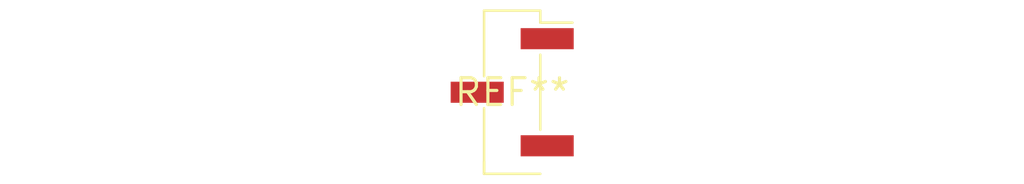
<source format=kicad_pcb>
(kicad_pcb (version 20240108) (generator pcbnew)
  (layers (0 "F.Cu" signal) (31 "B.Cu" signal) (34 "B.Paste" user) (35 "F.Paste" user) (36 "B.SilkS" user "B.Silkscreen") (37 "F.SilkS" user "F.Silkscreen") (38 "B.Mask" user) (39 "F.Mask" user) (44 "Edge.Cuts" user))
  (net 0 "")
  (footprint "PinHeader_1x03_P2.54mm_Vertical_SMD_Pin1Right" (layer "F.Cu") (at 0 0)
    (property "Reference" "REF**")
    (property "Value" "PinHeader_1x03_P2.54mm_Vertical_SMD_Pin1Right")
    (fp_line (start -1.33 -3.87) (end -1.33 -0.76) (layer "F.SilkS") (stroke (width 0.12)))
    (fp_line (start -1.33 -3.87) (end 1.33 -3.87) (layer "F.SilkS") (stroke (width 0.12)))
    (fp_line (start -1.33 0.76) (end -1.33 3.87) (layer "F.SilkS") (stroke (width 0.12)))
    (fp_line (start -1.33 3.3) (end -1.33 3.87) (layer "F.SilkS") (stroke (width 0.12)))
    (fp_line (start -1.33 3.87) (end 1.33 3.87) (layer "F.SilkS") (stroke (width 0.12)))
    (fp_line (start 1.33 -3.87) (end 1.33 -3.3) (layer "F.SilkS") (stroke (width 0.12)))
    (fp_line (start 1.33 -3.3) (end 2.85 -3.3) (layer "F.SilkS") (stroke (width 0.12)))
    (fp_line (start 1.33 -1.78) (end 1.33 1.78) (layer "F.SilkS") (stroke (width 0.12)))
    (pad "1" smd rect (at 1.655 -2.54) (size 2.51 1) (layers "F.Cu" "F.Paste" "F.Mask"))
    (pad "2" smd rect (at -1.655 0) (size 2.51 1) (layers "F.Cu" "F.Paste" "F.Mask"))
    (pad "3" smd rect (at 1.655 2.54) (size 2.51 1) (layers "F.Cu" "F.Paste" "F.Mask"))
  )
)
</source>
